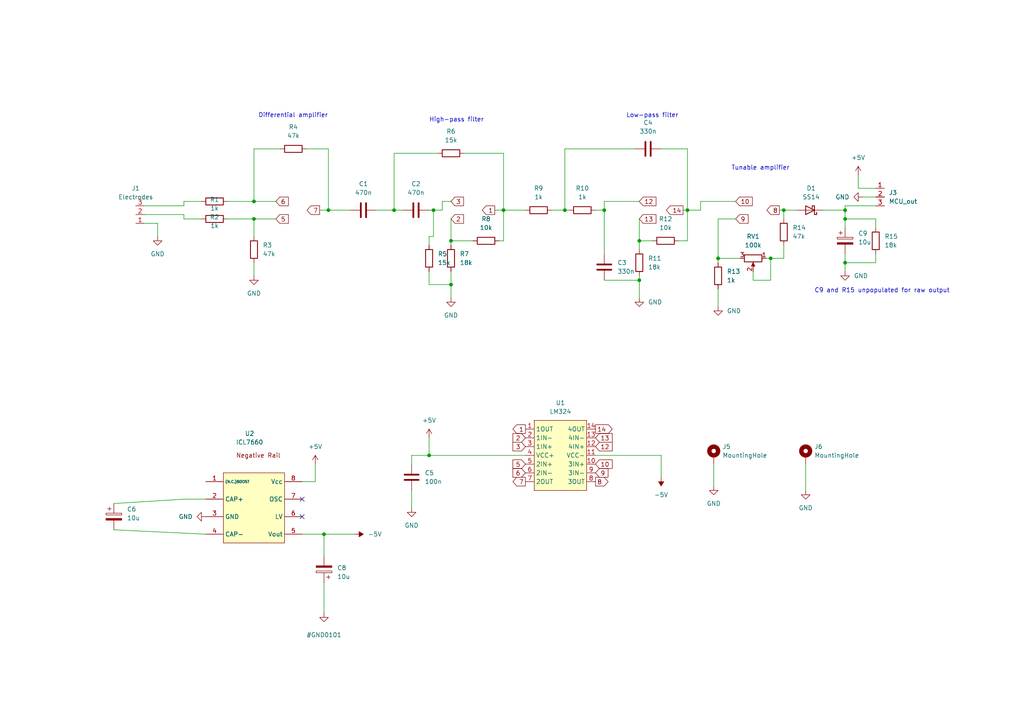
<source format=kicad_sch>
(kicad_sch (version 20211123) (generator eeschema)
  (paper "A4")
  (lib_symbols
    (symbol "4xxx:Electrodes"
      (property "Reference" "J" (at 0 0 0))
      (property "Value" "Electrodes" (at 0 0 0))
      (symbol "Electrodes_0_1"
        (rectangle (start 2.54 -5.08) (end 2.54 -5.08))
      )
      (symbol "Electrodes_1_1"
        (pin input line (at 5.08 -10.16 180) (length 2.54) (name "") (number "1"))
        (pin input line (at 5.08 -7.62 180) (length 2.54) (name "") (number "2"))
        (pin input line (at 5.08 -5.08 180) (length 2.54) (name "") (number "3"))
      )
    )
    (symbol "4xxx:MCU_out"
      (property "Reference" "J" (at 0 0 0))
      (property "Value" "MCU_out" (at 0 0 0))
      (symbol "MCU_out_1_1"
        (pin input line (at 5.08 -2.54 0) (length 2.54) (name "") (number "1"))
        (pin input line (at 5.08 -5.08 0) (length 2.54) (name "") (number "2"))
        (pin input line (at 5.08 -7.62 0) (length 2.54) (name "") (number "3"))
      )
    )
    (symbol "Amplifier_Difference:ICL7660"
      (property "Reference" "U2" (at 7.62 2.54 0))
      (property "Value" "ICL7660" (at -2.54 2.54 0))
      (symbol "ICL7660_0_0"
        (rectangle (start -12.7 -2.54) (end -12.7 -2.54))
        (rectangle (start -12.7 -2.54) (end -12.7 -2.54))
        (rectangle (start -10.16 0) (end 7.62 -20.32) (fill (type background)))
        (rectangle (start 2.54 -20.32) (end 2.54 -20.32))
        (text "Negative Rail" (at 0 5.08 0) (effects (font (size 1.27 1.27))))
      )
      (symbol "ICL7660_1_1"
        (pin output line (at -15.24 -2.54 0) (length 5.08) (name "(N.C.)BOOST") (number "1"))
        (pin input line (at -15.24 -7.62 0) (length 5.08) (name "CAP+") (number "2"))
        (pin input line (at -15.24 -12.7 0) (length 5.08) (name "GND") (number "3"))
        (pin input line (at -15.24 -17.78 0) (length 5.08) (name "CAP-") (number "4"))
        (pin input line (at 12.7 -17.78 180) (length 5.08) (name "Vout") (number "5"))
        (pin input line (at 12.7 -12.7 180) (length 5.08) (name "LV") (number "6"))
        (pin input line (at 12.7 -7.62 180) (length 5.08) (name "OSC") (number "7"))
        (pin power_in line (at 12.7 -2.54 180) (length 5.08) (name "Vcc") (number "8"))
      )
    )
    (symbol "Device:C" (pin_numbers hide) (pin_names (offset 0.254))
      (property "Reference" "C" (at 0.635 2.54 0))
      (property "Value" "C" (at 0.635 -2.54 0))
      (symbol "C_0_1"
        (polyline (pts (xy -2.032 -0.762) (xy 2.032 -0.762)) (stroke (width 0.508)))
        (polyline (pts (xy -2.032 0.762) (xy 2.032 0.762)) (stroke (width 0.508)))
      )
      (symbol "C_1_1"
        (pin passive line (at 0 3.81 270) (length 2.794) (name "~") (number "1"))
        (pin passive line (at 0 -3.81 90) (length 2.794) (name "~") (number "2"))
      )
    )
    (symbol "Device:C_Polarized" (pin_numbers hide) (pin_names (offset 0.254))
      (property "Reference" "C" (at 0.635 2.54 0))
      (property "Value" "C_Polarized" (at 0.635 -2.54 0))
      (symbol "C_Polarized_0_1"
        (rectangle (start -2.286 0.508) (end 2.286 1.016))
        (polyline (pts (xy -1.778 2.286) (xy -0.762 2.286)))
        (polyline (pts (xy -1.27 2.794) (xy -1.27 1.778)))
        (rectangle (start 2.286 -0.508) (end -2.286 -1.016) (fill (type outline)))
      )
      (symbol "C_Polarized_1_1"
        (pin passive line (at 0 3.81 270) (length 2.794) (name "~") (number "1"))
        (pin passive line (at 0 -3.81 90) (length 2.794) (name "~") (number "2"))
      )
    )
    (symbol "Device:R" (pin_numbers hide) (pin_names (offset 0))
      (property "Reference" "R" (at 2.032 0 90))
      (property "Value" "R" (at 0 0 90))
      (symbol "R_0_1"
        (rectangle (start -1.016 -2.54) (end 1.016 2.54) (stroke (width 0.254)))
      )
      (symbol "R_1_1"
        (pin passive line (at 0 3.81 270) (length 1.27) (name "~") (number "1"))
        (pin passive line (at 0 -3.81 90) (length 1.27) (name "~") (number "2"))
      )
    )
    (symbol "Device:R_Potentiometer" (pin_names (offset 1.016) hide)
      (property "Reference" "RV" (at -4.445 0 90))
      (property "Value" "R_Potentiometer" (at -2.54 0 90))
      (symbol "R_Potentiometer_0_1"
        (polyline (pts (xy 2.54 0) (xy 1.524 0)))
        (polyline (pts (xy 1.143 0) (xy 2.286 0.508) (xy 2.286 -0.508) (xy 1.143 0)) (fill (type outline)))
        (rectangle (start 1.016 2.54) (end -1.016 -2.54) (stroke (width 0.254)))
      )
      (symbol "R_Potentiometer_1_1"
        (pin passive line (at 0 3.81 270) (length 1.27) (name "1") (number "1"))
        (pin passive line (at 3.81 0 180) (length 1.27) (name "2") (number "2"))
        (pin passive line (at 0 -3.81 90) (length 1.27) (name "3") (number "3"))
      )
    )
    (symbol "Diode:B140-E3" (pin_numbers hide) (pin_names hide)
      (property "Reference" "D" (at 0 2.54 0))
      (property "Value" "B140-E3" (at 0 -2.54 0))
      (symbol "B140-E3_0_1"
        (polyline (pts (xy 1.27 0) (xy -1.27 0)))
        (polyline (pts (xy 1.27 1.27) (xy 1.27 -1.27) (xy -1.27 0) (xy 1.27 1.27)) (stroke (width 0.254)))
        (polyline (pts (xy -1.905 0.635) (xy -1.905 1.27) (xy -1.27 1.27) (xy -1.27 -1.27) (xy -0.635 -1.27) (xy -0.635 -0.635)) (stroke (width 0.254)))
      )
      (symbol "B140-E3_1_1"
        (pin passive line (at -3.81 0 0) (length 2.54) (name "K") (number "1"))
        (pin passive line (at 3.81 0 180) (length 2.54) (name "A") (number "2"))
      )
    )
    (symbol "Filter:LM324"
      (property "Reference" "U1" (at 0 0 0))
      (property "Value" "LM324" (at 0 0 0))
      (symbol "LM324_0_1"
        (rectangle (start -5.08 -2.54) (end 10.16 -22.86) (fill (type background)))
        (rectangle (start 2.54 -22.86) (end 2.54 -22.86))
      )
      (symbol "LM324_1_1"
        (pin input line (at -7.62 -5.08 0) (length 2.54) (name "1OUT") (number "1"))
        (pin input line (at 12.7 -15.24 180) (length 2.54) (name "3IN+") (number "10"))
        (pin input line (at 12.7 -12.7 180) (length 2.54) (name "VCC-") (number "11"))
        (pin input line (at 12.7 -10.16 180) (length 2.54) (name "4IN+") (number "12"))
        (pin input line (at 12.7 -7.62 180) (length 2.54) (name "4IN-") (number "13"))
        (pin input line (at 12.7 -5.08 180) (length 2.54) (name "4OUT") (number "14"))
        (pin input line (at -7.62 -7.62 0) (length 2.54) (name "1IN-") (number "2"))
        (pin input line (at -7.62 -10.16 0) (length 2.54) (name "1IN+") (number "3"))
        (pin input line (at -7.62 -12.7 0) (length 2.54) (name "VCC+") (number "4"))
        (pin input line (at -7.62 -15.24 0) (length 2.54) (name "2IN+") (number "5"))
        (pin input line (at -7.62 -17.78 0) (length 2.54) (name "2IN-") (number "6"))
        (pin input line (at -7.62 -20.32 0) (length 2.54) (name "2OUT") (number "7"))
        (pin input line (at 12.7 -20.32 180) (length 2.54) (name "3OUT") (number "8"))
        (pin input line (at 12.7 -17.78 180) (length 2.54) (name "3IN-") (number "9"))
      )
    )
    (symbol "Mechanical:MountingHole_Pad" (pin_numbers hide) (pin_names (offset 1.016) hide)
      (property "Reference" "H" (at 0 6.35 0))
      (property "Value" "MountingHole_Pad" (at 0 4.445 0))
      (symbol "MountingHole_Pad_0_1"
        (circle (center 0 1.27) (radius 1.27) (stroke (width 1.27)))
      )
      (symbol "MountingHole_Pad_1_1"
        (pin input line (at 0 -2.54 90) (length 2.54) (name "1") (number "1"))
      )
    )
    (symbol "power:+5V" (power) (pin_names (offset 0))
      (property "Value" "+5V" (at 0 3.556 0))
      (symbol "+5V_0_1"
        (polyline (pts (xy -0.762 1.27) (xy 0 2.54)))
        (polyline (pts (xy 0 0) (xy 0 2.54)))
        (polyline (pts (xy 0 2.54) (xy 0.762 1.27)))
      )
      (symbol "+5V_1_1"
        (pin power_in line (at 0 0 90) (length 0) hide (name "+5V") (number "1"))
      )
    )
    (symbol "power:-5V" (power) (pin_names (offset 0))
      (property "Value" "-5V" (at 0 3.81 0))
      (symbol "-5V_0_0"
        (pin power_in line (at 0 0 90) (length 0) hide (name "-5V") (number "1"))
      )
      (symbol "-5V_0_1"
        (polyline (pts (xy 0 0) (xy 0 1.27) (xy 0.762 1.27) (xy 0 2.54) (xy -0.762 1.27) (xy 0 1.27)) (fill (type outline)))
      )
    )
    (symbol "power:GND" (power) (pin_names (offset 0))
      (property "Value" "GND" (at 0 -3.81 0))
      (symbol "GND_0_1"
        (polyline (pts (xy 0 0) (xy 0 -1.27) (xy 1.27 -1.27) (xy 0 -2.54) (xy -1.27 -1.27) (xy 0 -1.27)))
      )
      (symbol "GND_1_1"
        (pin power_in line (at 0 0 270) (length 0) hide (name "GND") (number "1"))
      )
    )
  )
  (junction (at 227.33 60.96))
  (junction (at 73.66 63.5))
  (junction (at 208.28 74.93))
  (junction (at 199.39 60.96))
  (junction (at 125.73 60.96))
  (junction (at 185.42 81.28))
  (junction (at 163.83 60.96))
  (junction (at 245.11 63.5))
  (junction (at 245.11 60.96))
  (junction (at 130.81 82.55))
  (junction (at 124.46 132.08))
  (junction (at 73.66 58.42))
  (junction (at 185.42 69.85))
  (junction (at 223.52 74.93))
  (junction (at 95.25 60.96))
  (junction (at 130.81 69.85))
  (junction (at 175.26 60.96))
  (junction (at 114.3 60.96))
  (junction (at 245.11 76.2))
  (junction (at 146.05 60.96))
  (junction (at 93.98 154.94))
  (no_connect (at 87.63 144.78))
  (no_connect (at 87.63 149.86))
  (wire (pts (xy 208.28 83.82) (xy 208.28 88.9)))
  (wire (pts (xy 172.72 132.08) (xy 191.77 132.08)))
  (wire (pts (xy 53.34 59.69) (xy 53.34 58.42)))
  (wire (pts (xy 222.25 74.93) (xy 223.52 74.93)))
  (wire (pts (xy 125.73 60.96) (xy 125.73 68.58)))
  (wire (pts (xy 203.2 58.42) (xy 213.36 58.42)))
  (wire (pts (xy 175.26 81.28) (xy 185.42 81.28)))
  (wire (pts (xy 127 44.45) (xy 114.3 44.45)))
  (wire (pts (xy 227.33 60.96) (xy 227.33 63.5)))
  (wire (pts (xy 93.98 154.94) (xy 102.87 154.94)))
  (wire (pts (xy 87.63 154.94) (xy 93.98 154.94)))
  (wire (pts (xy 175.26 73.66) (xy 175.26 60.96)))
  (wire (pts (xy 130.81 63.5) (xy 130.81 69.85)))
  (wire (pts (xy 91.44 134.62) (xy 91.44 139.7)))
  (wire (pts (xy 41.91 62.23) (xy 53.34 62.23)))
  (wire (pts (xy 95.25 60.96) (xy 101.6 60.96)))
  (wire (pts (xy 245.11 60.96) (xy 245.11 63.5)))
  (wire (pts (xy 53.34 144.78) (xy 33.02 146.05)))
  (wire (pts (xy 125.73 68.58) (xy 124.46 68.58)))
  (wire (pts (xy 223.52 74.93) (xy 223.52 81.28)))
  (wire (pts (xy 226.06 60.96) (xy 227.33 60.96)))
  (wire (pts (xy 185.42 69.85) (xy 185.42 72.39)))
  (wire (pts (xy 254 59.69) (xy 245.11 59.69)))
  (wire (pts (xy 146.05 69.85) (xy 146.05 60.96)))
  (wire (pts (xy 124.46 132.08) (xy 119.38 132.08)))
  (wire (pts (xy 250.19 57.15) (xy 254 57.15)))
  (wire (pts (xy 184.15 43.18) (xy 163.83 43.18)))
  (wire (pts (xy 124.46 78.74) (xy 124.46 82.55)))
  (wire (pts (xy 128.27 58.42) (xy 130.81 58.42)))
  (wire (pts (xy 223.52 74.93) (xy 227.33 74.93)))
  (wire (pts (xy 130.81 69.85) (xy 130.81 71.12)))
  (wire (pts (xy 130.81 82.55) (xy 130.81 86.36)))
  (wire (pts (xy 81.28 43.18) (xy 73.66 43.18)))
  (wire (pts (xy 223.52 81.28) (xy 218.44 81.28)))
  (wire (pts (xy 73.66 63.5) (xy 66.04 63.5)))
  (wire (pts (xy 233.68 134.62) (xy 233.68 142.24)))
  (wire (pts (xy 248.92 54.61) (xy 248.92 50.8)))
  (wire (pts (xy 92.71 60.96) (xy 95.25 60.96)))
  (wire (pts (xy 137.16 69.85) (xy 130.81 69.85)))
  (wire (pts (xy 227.33 74.93) (xy 227.33 71.12)))
  (wire (pts (xy 91.44 139.7) (xy 87.63 139.7)))
  (wire (pts (xy 191.77 132.08) (xy 191.77 138.43)))
  (wire (pts (xy 41.91 59.69) (xy 53.34 59.69)))
  (wire (pts (xy 73.66 76.2) (xy 73.66 80.01)))
  (wire (pts (xy 254 66.04) (xy 254 63.5)))
  (wire (pts (xy 114.3 60.96) (xy 116.84 60.96)))
  (wire (pts (xy 245.11 63.5) (xy 245.11 66.04)))
  (wire (pts (xy 33.02 153.67) (xy 59.69 154.94)))
  (wire (pts (xy 146.05 60.96) (xy 143.51 60.96)))
  (wire (pts (xy 93.98 168.91) (xy 93.98 177.8)))
  (wire (pts (xy 207.01 134.62) (xy 207.01 140.97)))
  (wire (pts (xy 175.26 58.42) (xy 185.42 58.42)))
  (wire (pts (xy 80.01 63.5) (xy 73.66 63.5)))
  (wire (pts (xy 73.66 58.42) (xy 80.01 58.42)))
  (wire (pts (xy 146.05 44.45) (xy 146.05 60.96)))
  (wire (pts (xy 185.42 81.28) (xy 185.42 86.36)))
  (wire (pts (xy 198.12 60.96) (xy 199.39 60.96)))
  (wire (pts (xy 73.66 43.18) (xy 73.66 58.42)))
  (wire (pts (xy 189.23 69.85) (xy 185.42 69.85)))
  (wire (pts (xy 93.98 161.29) (xy 93.98 154.94)))
  (wire (pts (xy 124.46 127) (xy 124.46 132.08)))
  (wire (pts (xy 124.46 68.58) (xy 124.46 71.12)))
  (wire (pts (xy 144.78 69.85) (xy 146.05 69.85)))
  (wire (pts (xy 163.83 43.18) (xy 163.83 60.96)))
  (wire (pts (xy 203.2 60.96) (xy 203.2 58.42)))
  (wire (pts (xy 66.04 58.42) (xy 73.66 58.42)))
  (wire (pts (xy 245.11 59.69) (xy 245.11 60.96)))
  (wire (pts (xy 254 54.61) (xy 248.92 54.61)))
  (wire (pts (xy 160.02 60.96) (xy 163.83 60.96)))
  (wire (pts (xy 199.39 69.85) (xy 199.39 60.96)))
  (wire (pts (xy 88.9 43.18) (xy 95.25 43.18)))
  (wire (pts (xy 128.27 60.96) (xy 128.27 58.42)))
  (wire (pts (xy 152.4 132.08) (xy 124.46 132.08)))
  (wire (pts (xy 238.76 60.96) (xy 245.11 60.96)))
  (wire (pts (xy 208.28 63.5) (xy 208.28 74.93)))
  (wire (pts (xy 245.11 73.66) (xy 245.11 76.2)))
  (wire (pts (xy 53.34 62.23) (xy 53.34 63.5)))
  (wire (pts (xy 125.73 60.96) (xy 128.27 60.96)))
  (wire (pts (xy 185.42 80.01) (xy 185.42 81.28)))
  (wire (pts (xy 41.91 64.77) (xy 45.72 64.77)))
  (wire (pts (xy 152.4 60.96) (xy 146.05 60.96)))
  (wire (pts (xy 196.85 69.85) (xy 199.39 69.85)))
  (wire (pts (xy 114.3 44.45) (xy 114.3 60.96)))
  (wire (pts (xy 45.72 64.77) (xy 45.72 68.58)))
  (wire (pts (xy 254 76.2) (xy 245.11 76.2)))
  (wire (pts (xy 119.38 132.08) (xy 119.38 134.62)))
  (wire (pts (xy 163.83 60.96) (xy 165.1 60.96)))
  (wire (pts (xy 218.44 81.28) (xy 218.44 78.74)))
  (wire (pts (xy 199.39 43.18) (xy 199.39 60.96)))
  (wire (pts (xy 214.63 74.93) (xy 208.28 74.93)))
  (wire (pts (xy 119.38 142.24) (xy 119.38 147.32)))
  (wire (pts (xy 73.66 68.58) (xy 73.66 63.5)))
  (wire (pts (xy 124.46 60.96) (xy 125.73 60.96)))
  (wire (pts (xy 172.72 60.96) (xy 175.26 60.96)))
  (wire (pts (xy 53.34 58.42) (xy 58.42 58.42)))
  (wire (pts (xy 53.34 63.5) (xy 58.42 63.5)))
  (wire (pts (xy 191.77 43.18) (xy 199.39 43.18)))
  (wire (pts (xy 213.36 63.5) (xy 208.28 63.5)))
  (wire (pts (xy 254 63.5) (xy 245.11 63.5)))
  (wire (pts (xy 254 73.66) (xy 254 76.2)))
  (wire (pts (xy 124.46 82.55) (xy 130.81 82.55)))
  (wire (pts (xy 175.26 60.96) (xy 175.26 58.42)))
  (wire (pts (xy 59.69 144.78) (xy 53.34 144.78)))
  (wire (pts (xy 130.81 78.74) (xy 130.81 82.55)))
  (wire (pts (xy 95.25 43.18) (xy 95.25 60.96)))
  (wire (pts (xy 185.42 63.5) (xy 185.42 69.85)))
  (wire (pts (xy 109.22 60.96) (xy 114.3 60.96)))
  (wire (pts (xy 245.11 76.2) (xy 245.11 78.74)))
  (wire (pts (xy 208.28 74.93) (xy 208.28 76.2)))
  (wire (pts (xy 134.62 44.45) (xy 146.05 44.45)))
  (wire (pts (xy 231.14 60.96) (xy 227.33 60.96)))
  (wire (pts (xy 199.39 60.96) (xy 203.2 60.96)))
  (text "Differential amplifier" (at 74.93 34.29 0) (effects (font (size 1.27 1.27)) (justify left bottom)))
  (text "C9 and R15 unpopulated for raw output" (at 236.22 85.09 0) (effects (font (size 1.27 1.27)) (justify left bottom)))
  (text "Tunable amplifier" (at 212.09 49.53 0) (effects (font (size 1.27 1.27)) (justify left bottom)))
  (text "High-pass filter" (at 124.46 35.56 0) (effects (font (size 1.27 1.27)) (justify left bottom)))
  (text "Low-pass filter\n" (at 181.61 34.29 0) (effects (font (size 1.27 1.27)) (justify left bottom)))
  (global_label "5" (shape input) (at 152.4 134.62 180) (property "Intersheet References" "${INTERSHEET_REFS}" (effects hide)))
  (global_label "7" (shape output) (at 152.4 139.7 180) (property "Intersheet References" "${INTERSHEET_REFS}" (effects hide)))
  (global_label "14" (shape output) (at 172.72 124.46 0) (property "Intersheet References" "${INTERSHEET_REFS}" (effects hide)))
  (global_label "1" (shape output) (at 143.51 60.96 180) (property "Intersheet References" "${INTERSHEET_REFS}" (effects hide)))
  (global_label "13" (shape input) (at 185.42 63.5 0) (property "Intersheet References" "${INTERSHEET_REFS}" (effects hide)))
  (global_label "6" (shape input) (at 152.4 137.16 180) (property "Intersheet References" "${INTERSHEET_REFS}" (effects hide)))
  (global_label "8" (shape output) (at 226.06 60.96 180) (property "Intersheet References" "${INTERSHEET_REFS}" (effects hide)))
  (global_label "9" (shape input) (at 172.72 137.16 0) (property "Intersheet References" "${INTERSHEET_REFS}" (effects hide)))
  (global_label "7" (shape output) (at 92.71 60.96 180) (property "Intersheet References" "${INTERSHEET_REFS}" (effects hide)))
  (global_label "1" (shape output) (at 152.4 124.46 180) (property "Intersheet References" "${INTERSHEET_REFS}" (effects hide)))
  (global_label "2" (shape input) (at 152.4 127 180) (property "Intersheet References" "${INTERSHEET_REFS}" (effects hide)))
  (global_label "3" (shape input) (at 130.81 58.42 0) (property "Intersheet References" "${INTERSHEET_REFS}" (effects hide)))
  (global_label "10" (shape input) (at 172.72 134.62 0) (property "Intersheet References" "${INTERSHEET_REFS}" (effects hide)))
  (global_label "2" (shape input) (at 130.81 63.5 0) (property "Intersheet References" "${INTERSHEET_REFS}" (effects hide)))
  (global_label "3" (shape input) (at 152.4 129.54 180) (property "Intersheet References" "${INTERSHEET_REFS}" (effects hide)))
  (global_label "8" (shape output) (at 172.72 139.7 0) (property "Intersheet References" "${INTERSHEET_REFS}" (effects hide)))
  (global_label "10" (shape input) (at 213.36 58.42 0) (property "Intersheet References" "${INTERSHEET_REFS}" (effects hide)))
  (global_label "9" (shape input) (at 213.36 63.5 0) (property "Intersheet References" "${INTERSHEET_REFS}" (effects hide)))
  (global_label "12" (shape input) (at 185.42 58.42 0) (property "Intersheet References" "${INTERSHEET_REFS}" (effects hide)))
  (global_label "6" (shape input) (at 80.01 58.42 0) (property "Intersheet References" "${INTERSHEET_REFS}" (effects hide)))
  (global_label "12" (shape input) (at 172.72 129.54 0) (property "Intersheet References" "${INTERSHEET_REFS}" (effects hide)))
  (global_label "14" (shape output) (at 198.12 60.96 180) (property "Intersheet References" "${INTERSHEET_REFS}" (effects hide)))
  (global_label "13" (shape input) (at 172.72 127 0) (property "Intersheet References" "${INTERSHEET_REFS}" (effects hide)))
  (global_label "5" (shape input) (at 80.01 63.5 0) (property "Intersheet References" "${INTERSHEET_REFS}" (effects hide)))
  (symbol (lib_id "Device:C") (at 119.38 138.43 0) (unit 1)
    (property "Reference" "C5" (at 123.19 137.1599 0) (effects (justify left)))
    (property "Value" "100n" (at 123.19 139.6999 0) (effects (justify left)))
    (property "Footprint" "Capacitor_SMD:C_0805_2012Metric" (effects hide))
  )
  (symbol (lib_id "power:GND") (at 207.01 140.97 0) (unit 1)
    (property "Reference" "#PWR0114" (effects hide))
    (property "Value" "GND" (at 207.01 146.05 0))
  )
  (symbol (lib_id "Device:R") (at 73.66 72.39 0) (unit 1)
    (property "Reference" "R3" (at 76.2 71.1199 0) (effects (justify left)))
    (property "Value" "47k" (at 76.2 73.6599 0) (effects (justify left)))
    (property "Footprint" "Resistor_SMD:R_0805_2012Metric" (effects hide))
  )
  (symbol (lib_id "power:GND") (at 130.81 86.36 0) (unit 1)
    (property "Reference" "#PWR0101" (effects hide))
    (property "Value" "GND" (at 130.81 91.44 0))
  )
  (symbol (lib_id "Device:C_Polarized") (at 33.02 149.86 0) (unit 1)
    (property "Reference" "C6" (at 36.83 147.7009 0) (effects (justify left)))
    (property "Value" "10u" (at 36.83 150.2409 0) (effects (justify left)))
    (property "Footprint" "Capacitor_SMD:CP_Elec_6.3x5.4" (effects hide))
  )
  (symbol (lib_id "Mechanical:MountingHole_Pad") (at 233.68 132.08 0) (unit 1)
    (property "Reference" "J6" (at 236.22 129.5399 0) (effects (justify left)))
    (property "Value" "MountingHole" (at 236.22 132.0799 0) (effects (justify left)))
    (property "Footprint" "MountingHole:MountingHole_2.2mm_M2_DIN965_Pad" (effects hide))
  )
  (symbol (lib_id "Device:R") (at 193.04 69.85 90) (unit 1)
    (property "Reference" "R12" (at 193.04 63.5 90))
    (property "Value" "10k" (at 193.04 66.04 90))
    (property "Footprint" "Resistor_SMD:R_0805_2012Metric" (effects hide))
  )
  (symbol (lib_id "power:+5V") (at 124.46 127 0) (unit 1)
    (property "Reference" "#PWR0109" (effects hide))
    (property "Value" "+5V" (at 124.46 121.92 0))
  )
  (symbol (lib_id "power:GND") (at 45.72 68.58 0) (unit 1)
    (property "Reference" "#PWR0106" (effects hide))
    (property "Value" "GND" (at 45.72 73.66 0))
  )
  (symbol (lib_id "power:GND") (at 59.69 149.86 270) (unit 1)
    (property "Reference" "#PWR0104" (effects hide))
    (property "Value" "GND" (at 55.88 149.8599 90) (effects (justify right)))
  )
  (symbol (lib_id "Diode:B140-E3") (at 234.95 60.96 180) (unit 1)
    (property "Reference" "D1" (at 235.2675 54.61 0))
    (property "Value" "SS14" (at 235.2675 57.15 0))
    (property "Footprint" "Diode_SMD:D_SMA" (effects hide))
    (property "Datasheet" "http://www.vishay.com/docs/88946/b120.pdf" (effects hide))
  )
  (symbol (lib_id "Device:R") (at 130.81 74.93 0) (unit 1)
    (property "Reference" "R7" (at 133.35 73.6599 0) (effects (justify left)))
    (property "Value" "18k" (at 133.35 76.1999 0) (effects (justify left)))
    (property "Footprint" "Resistor_SMD:R_0805_2012Metric" (effects hide))
  )
  (symbol (lib_id "power:-5V") (at 191.77 138.43 180) (unit 1)
    (property "Reference" "#PWR0108" (effects hide))
    (property "Value" "-5V" (at 191.77 143.51 0))
  )
  (symbol (lib_id "Device:R") (at 85.09 43.18 90) (unit 1)
    (property "Reference" "R4" (at 85.09 36.83 90))
    (property "Value" "47k" (at 85.09 39.37 90))
    (property "Footprint" "Resistor_SMD:R_0805_2012Metric" (effects hide))
  )
  (symbol (lib_id "Amplifier_Difference:ICL7660") (at 74.93 137.16 0) (unit 1)
    (property "Reference" "U2" (at 72.39 125.73 0))
    (property "Value" "ICL7660" (at 72.39 128.27 0))
    (property "Footprint" "Package_SO:SOIC-8_3.9x4.9mm_P1.27mm" (effects hide))
  )
  (symbol (lib_id "power:GND") (at 245.11 78.74 0) (unit 1)
    (property "Reference" "#PWR0116" (effects hide))
    (property "Value" "GND" (at 247.65 80.0099 0) (effects (justify left)))
  )
  (symbol (lib_id "Device:R") (at 62.23 58.42 90) (unit 1)
    (property "Reference" "R1" (at 62.23 57.15 90) (effects (justify bottom)))
    (property "Value" "1k" (at 62.23 59.69 90) (effects (justify bottom)))
    (property "Footprint" "Resistor_SMD:R_0805_2012Metric" (effects hide))
  )
  (symbol (lib_id "4xxx:MCU_out") (at 248.92 52.07 0) (unit 1)
    (property "Reference" "J3" (at 257.81 55.8799 0) (effects (justify left)))
    (property "Value" "MCU_out" (at 257.81 58.4199 0) (effects (justify left)))
    (property "Footprint" "Connector_PinHeader_2.54mm:PinHeader_1x03_P2.54mm_Vertical" (effects hide))
  )
  (symbol (lib_id "Device:C") (at 175.26 77.47 180) (unit 1)
    (property "Reference" "C3" (at 179.07 76.1999 0) (effects (justify right)))
    (property "Value" "330n" (at 179.07 78.7399 0) (effects (justify right)))
    (property "Footprint" "Capacitor_SMD:C_0805_2012Metric" (effects hide))
  )
  (symbol (lib_id "Device:R") (at 208.28 80.01 0) (unit 1)
    (property "Reference" "R13" (at 210.82 78.7399 0) (effects (justify left)))
    (property "Value" "1k" (at 210.82 81.2799 0) (effects (justify left)))
    (property "Footprint" "Resistor_SMD:R_0805_2012Metric" (effects hide))
  )
  (symbol (lib_id "power:GND") (at 93.98 177.8 0) (unit 1)
    (property "Reference" "#GND0101" (at 93.98 184.15 0))
    (property "Value" "GND" (effects hide))
  )
  (symbol (lib_id "power:GND") (at 208.28 88.9 0) (unit 1)
    (property "Reference" "#PWR0113" (effects hide))
    (property "Value" "GND" (at 210.82 90.1699 0) (effects (justify left)))
  )
  (symbol (lib_id "Device:R") (at 130.81 44.45 90) (unit 1)
    (property "Reference" "R6" (at 130.81 38.1 90))
    (property "Value" "15k" (at 130.81 40.64 90))
    (property "Footprint" "Resistor_SMD:R_0805_2012Metric" (effects hide))
  )
  (symbol (lib_id "Device:R") (at 124.46 74.93 0) (unit 1)
    (property "Reference" "R5" (at 127 73.6599 0) (effects (justify left)))
    (property "Value" "15k" (at 127 76.1999 0) (effects (justify left)))
    (property "Footprint" "Resistor_SMD:R_0805_2012Metric" (effects hide))
  )
  (symbol (lib_id "power:GND") (at 119.38 147.32 0) (unit 1)
    (property "Reference" "#PWR0102" (effects hide))
    (property "Value" "GND" (at 119.38 152.4 0))
  )
  (symbol (lib_id "Device:R") (at 185.42 76.2 0) (unit 1)
    (property "Reference" "R11" (at 187.96 74.9299 0) (effects (justify left)))
    (property "Value" "18k" (at 187.96 77.4699 0) (effects (justify left)))
    (property "Footprint" "Resistor_SMD:R_0805_2012Metric" (effects hide))
  )
  (symbol (lib_id "Device:R_Potentiometer") (at 218.44 74.93 270) (unit 1)
    (property "Reference" "RV1" (at 218.44 68.58 90))
    (property "Value" "100k" (at 218.44 71.12 90))
    (property "Footprint" "Potentiometer_SMD:Potentiometer_Bourns_TC33X_Vertical" (effects hide))
  )
  (symbol (lib_id "Device:C") (at 105.41 60.96 90) (unit 1)
    (property "Reference" "C1" (at 105.41 53.34 90))
    (property "Value" "470n" (at 105.41 55.88 90))
    (property "Footprint" "Capacitor_SMD:C_0805_2012Metric" (effects hide))
  )
  (symbol (lib_id "Device:R") (at 168.91 60.96 90) (unit 1)
    (property "Reference" "R10" (at 168.91 54.61 90))
    (property "Value" "1k" (at 168.91 57.15 90))
    (property "Footprint" "Resistor_SMD:R_0805_2012Metric" (effects hide))
  )
  (symbol (lib_id "power:GND") (at 185.42 86.36 0) (unit 1)
    (property "Reference" "#PWR0110" (effects hide))
    (property "Value" "GND" (at 187.96 87.6299 0) (effects (justify left)))
  )
  (symbol (lib_id "Device:R") (at 254 69.85 0) (unit 1)
    (property "Reference" "R15" (at 256.54 68.5799 0) (effects (justify left)))
    (property "Value" "18k" (at 256.54 71.1199 0) (effects (justify left)))
    (property "Footprint" "Resistor_SMD:R_0805_2012Metric" (effects hide))
  )
  (symbol (lib_id "Filter:LM324") (at 160.02 119.38 0) (unit 1)
    (property "Reference" "U1" (at 162.56 116.84 0))
    (property "Value" "LM324" (at 162.56 119.38 0))
    (property "Footprint" "SOIC14 5:SOIC127P600X175-14N" (effects hide))
  )
  (symbol (lib_id "power:GND") (at 73.66 80.01 0) (unit 1)
    (property "Reference" "#PWR0107" (effects hide))
    (property "Value" "GND" (at 73.66 85.09 0))
  )
  (symbol (lib_id "Mechanical:MountingHole_Pad") (at 207.01 132.08 0) (unit 1)
    (property "Reference" "J5" (at 209.55 129.5399 0) (effects (justify left)))
    (property "Value" "MountingHole" (at 209.55 132.0799 0) (effects (justify left)))
    (property "Footprint" "MountingHole:MountingHole_2.2mm_M2_DIN965_Pad" (effects hide))
  )
  (symbol (lib_id "power:-5V") (at 102.87 154.94 270) (unit 1)
    (property "Reference" "#PWR0103" (effects hide))
    (property "Value" "-5V" (at 106.68 154.9399 90) (effects (justify left)))
  )
  (symbol (lib_id "power:+5V") (at 91.44 134.62 0) (unit 1)
    (property "Reference" "#PWR0105" (effects hide))
    (property "Value" "+5V" (at 91.44 129.54 0))
  )
  (symbol (lib_id "Device:C_Polarized") (at 245.11 69.85 0) (unit 1)
    (property "Reference" "C9" (at 248.92 67.6909 0) (effects (justify left)))
    (property "Value" "10u" (at 248.92 70.2309 0) (effects (justify left)))
    (property "Footprint" "Capacitor_SMD:CP_Elec_6.3x5.4" (effects hide))
  )
  (symbol (lib_id "Device:R") (at 227.33 67.31 0) (unit 1)
    (property "Reference" "R14" (at 229.87 66.0399 0) (effects (justify left)))
    (property "Value" "47k" (at 229.87 68.5799 0) (effects (justify left)))
    (property "Footprint" "Resistor_SMD:R_0805_2012Metric" (effects hide))
  )
  (symbol (lib_id "Device:R") (at 62.23 63.5 90) (unit 1)
    (property "Reference" "R2" (at 62.23 62.23 90) (effects (justify bottom)))
    (property "Value" "1k" (at 62.23 64.77 90) (effects (justify bottom)))
    (property "Footprint" "Resistor_SMD:R_0805_2012Metric" (effects hide))
  )
  (symbol (lib_id "Device:C") (at 120.65 60.96 90) (unit 1)
    (property "Reference" "C2" (at 120.65 53.34 90))
    (property "Value" "470n" (at 120.65 55.88 90))
    (property "Footprint" "Capacitor_SMD:C_0805_2012Metric" (effects hide))
  )
  (symbol (lib_id "Device:R") (at 140.97 69.85 90) (unit 1)
    (property "Reference" "R8" (at 140.97 63.5 90))
    (property "Value" "10k" (at 140.97 66.04 90))
    (property "Footprint" "Resistor_SMD:R_0805_2012Metric" (effects hide))
  )
  (symbol (lib_id "power:GND") (at 250.19 57.15 270) (unit 1)
    (property "Reference" "#PWR0112" (effects hide))
    (property "Value" "GND" (at 246.38 57.1499 90) (effects (justify right)))
  )
  (symbol (lib_id "power:GND") (at 233.68 142.24 0) (unit 1)
    (property "Reference" "#PWR0115" (effects hide))
    (property "Value" "GND" (at 233.68 147.32 0))
  )
  (symbol (lib_id "Device:R") (at 156.21 60.96 90) (unit 1)
    (property "Reference" "R9" (at 156.21 54.61 90))
    (property "Value" "1k" (at 156.21 57.15 90))
    (property "Footprint" "Resistor_SMD:R_0805_2012Metric" (effects hide))
  )
  (symbol (lib_id "power:+5V") (at 248.92 50.8 0) (unit 1)
    (property "Reference" "#PWR0111" (effects hide))
    (property "Value" "+5V" (at 248.92 45.72 0))
  )
  (symbol (lib_id "4xxx:Electrodes") (at 36.83 54.61 0) (unit 1)
    (property "Reference" "J1" (at 39.37 54.61 0))
    (property "Value" "Electrodes" (at 39.37 57.15 0))
    (property "Footprint" "Connector_PinHeader_2.54mm:PinHeader_1x03_P2.54mm_Vertical" (effects hide))
  )
  (symbol (lib_id "Device:C") (at 187.96 43.18 270) (unit 1)
    (property "Reference" "C4" (at 187.96 35.56 90))
    (property "Value" "330n" (at 187.96 38.1 90))
    (property "Footprint" "Capacitor_SMD:C_0805_2012Metric" (effects hide))
  )
  (symbol (lib_id "Device:C_Polarized") (at 93.98 165.1 180) (unit 1)
    (property "Reference" "C8" (at 97.79 164.7189 0) (effects (justify right)))
    (property "Value" "10u" (at 97.79 167.2589 0) (effects (justify right)))
    (property "Footprint" "Capacitor_SMD:CP_Elec_6.3x5.4" (effects hide))
  )
)
</source>
